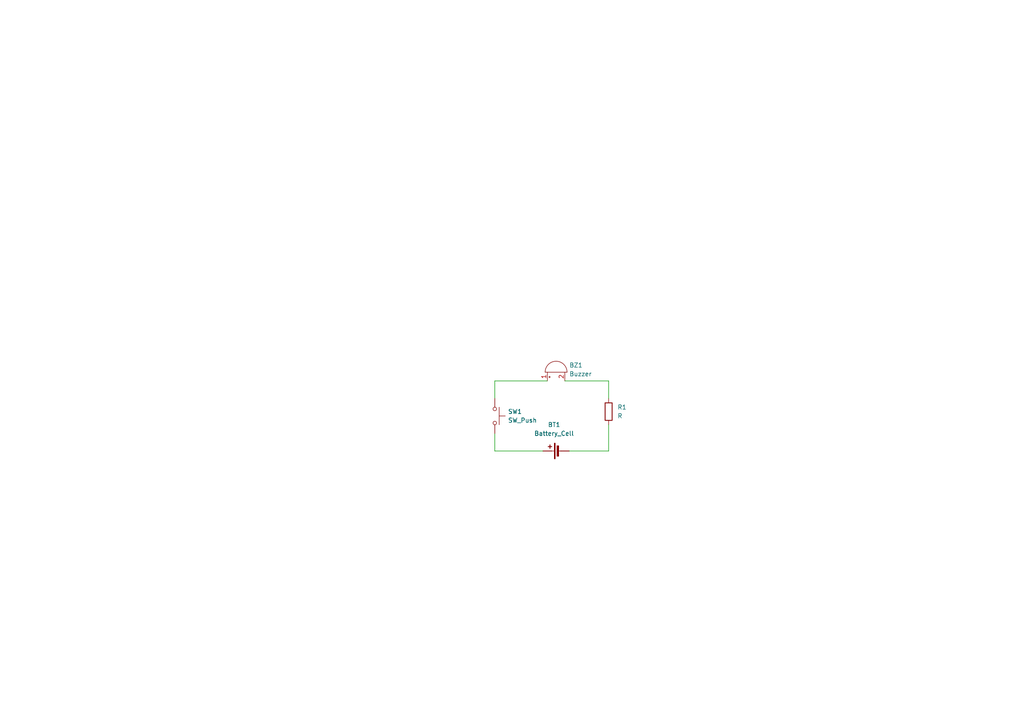
<source format=kicad_sch>
(kicad_sch (version 20250114) (generator "eeschema") (generator_version "9.0")
  (paper "A4")
  (lib_symbols
    (symbol "Device:Battery_Cell" (pin_numbers (hide yes)) (pin_names (offset 0) (hide yes))
      (property "Reference" "BT" (at 2.54 2.54 0))
      (property "Value" "Battery_Cell" (at 2.54 0 0))
      (symbol "Battery_Cell_0_1"
        (rectangle (start -2.286 1.778) (end 2.286 1.524) (fill (type outline)))
        (rectangle (start -1.524 1.016) (end 1.524 0.508) (fill (type outline)))
        (polyline (pts (xy 0 1.778) (xy 0 2.54)))
        (polyline (pts (xy 0 0.762) (xy 0 0)))
        (polyline (pts (xy 0.762 3.048) (xy 1.778 3.048)) (stroke (width 0.254)))
        (polyline (pts (xy 1.27 3.556) (xy 1.27 2.54)) (stroke (width 0.254)))
      )
      (symbol "Battery_Cell_1_1"
        (pin passive line (at 0 5.08 270) (length 2.54) (name "+") (number "1"))
        (pin passive line (at 0 -2.54 90) (length 2.54) (name "-") (number "2"))
      )
    )
    (symbol "Device:Buzzer" (pin_names (offset 0.0254) (hide yes))
      (property "Reference" "BZ" (at 3.81 1.27 0))
      (property "Value" "Buzzer" (at 3.81 -1.27 0))
      (symbol "Buzzer_0_1"
        (polyline (pts (xy -1.651 1.905) (xy -1.143 1.905)))
        (polyline (pts (xy -1.397 2.159) (xy -1.397 1.651)))
        (arc (start 0 3.175) (mid 3.1612 0) (end 0 -3.175))
        (polyline (pts (xy 0 3.175) (xy 0 -3.175)))
      )
      (symbol "Buzzer_1_1"
        (pin passive line (at -2.54 2.54 0) (length 2.54) (name "+") (number "1"))
        (pin passive line (at -2.54 -2.54 0) (length 2.54) (name "-") (number "2"))
      )
    )
    (symbol "Device:R" (pin_numbers (hide yes)) (pin_names (offset 0))
      (property "Reference" "R" (at 2.032 0 90))
      (property "Value" "R" (at 0 0 90))
      (symbol "R_0_1"
        (rectangle (start -1.016 -2.54) (end 1.016 2.54) (stroke (width 0.254)))
      )
      (symbol "R_1_1"
        (pin passive line (at 0 3.81 270) (length 1.27) (name "~") (number "1"))
        (pin passive line (at 0 -3.81 90) (length 1.27) (name "~") (number "2"))
      )
    )
    (symbol "Switch:SW_Push" (pin_numbers (hide yes)) (pin_names (offset 1.016) (hide yes))
      (property "Reference" "SW" (at 1.27 2.54 0))
      (property "Value" "SW_Push" (at 0 -1.524 0))
      (symbol "SW_Push_0_1"
        (circle (center -2.032 0) (radius 0.508))
        (polyline (pts (xy 0 1.27) (xy 0 3.048)))
        (circle (center 2.032 0) (radius 0.508))
        (polyline (pts (xy 2.54 1.27) (xy -2.54 1.27)))
        (pin passive line (at -5.08 0 0) (length 2.54) (name "1") (number "1"))
        (pin passive line (at 5.08 0 180) (length 2.54) (name "2") (number "2"))
      )
    )
  )
  (wire (pts (xy 143.51 130.81) (xy 143.51 125.73)))
  (wire (pts (xy 157.48 130.81) (xy 143.51 130.81)))
  (wire (pts (xy 143.51 110.49) (xy 158.75 110.49)))
  (wire (pts (xy 176.53 110.49) (xy 176.53 115.57)))
  (wire (pts (xy 163.83 110.49) (xy 176.53 110.49)))
  (wire (pts (xy 176.53 130.81) (xy 165.1 130.81)))
  (wire (pts (xy 143.51 115.57) (xy 143.51 110.49)))
  (wire (pts (xy 176.53 123.19) (xy 176.53 130.81)))
  (symbol (lib_id "Device:Battery_Cell") (at 162.56 130.81 90) (unit 1)
    (property "Reference" "BT1" (at 160.7185 123.19 90))
    (property "Value" "Battery_Cell" (at 160.7185 125.73 90))
    (property "Footprint" "Battery:BatteryHolder_Keystone_3034_1x20mm" (effects (hide yes)))
    (property "Description" "Single-cell battery" (effects (hide yes)))
  )
  (symbol (lib_id "Switch:SW_Push") (at 143.51 120.65 270) (unit 1)
    (property "Reference" "SW1" (at 147.32 119.3799 90) (effects (justify left)))
    (property "Value" "SW_Push" (at 147.32 121.9199 90) (effects (justify left)))
    (property "Footprint" "Button_Switch_THT:SW_PUSH_6mm" (effects (hide yes)))
    (property "Description" "Push button switch, generic, two pins" (effects (hide yes)))
  )
  (symbol (lib_id "Device:R") (at 176.53 119.38 0) (unit 1)
    (property "Reference" "R1" (at 179.07 118.1099 0) (effects (justify left)))
    (property "Value" "R" (at 179.07 120.6499 0) (effects (justify left)))
    (property "Footprint" "Resistor_THT:R_Axial_DIN0207_L6.3mm_D2.5mm_P7.62mm_Horizontal" (effects (hide yes)))
    (property "Description" "Resistor" (effects (hide yes)))
  )
  (symbol (lib_id "Device:Buzzer") (at 161.29 107.95 90) (unit 1)
    (property "Reference" "BZ1" (at 165.1 105.9248 90) (effects (justify right)))
    (property "Value" "Buzzer" (at 165.1 108.4648 90) (effects (justify right)))
    (property "Footprint" "Buzzer_Beeper:Buzzer_12x9.5RM7.6" (effects (hide yes)))
    (property "Description" "Buzzer, polarized" (effects (hide yes)))
  )
)
</source>
